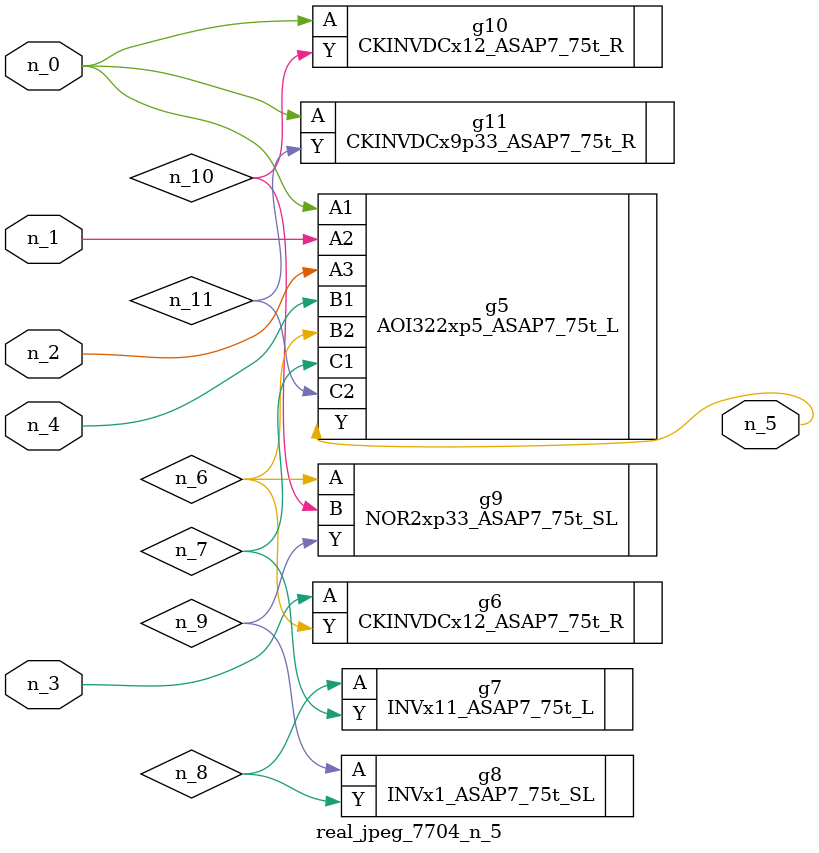
<source format=v>
module real_jpeg_7704_n_5 (n_4, n_0, n_1, n_2, n_3, n_5);

input n_4;
input n_0;
input n_1;
input n_2;
input n_3;

output n_5;

wire n_8;
wire n_11;
wire n_6;
wire n_7;
wire n_10;
wire n_9;

AOI322xp5_ASAP7_75t_L g5 ( 
.A1(n_0),
.A2(n_1),
.A3(n_2),
.B1(n_4),
.B2(n_6),
.C1(n_7),
.C2(n_11),
.Y(n_5)
);

CKINVDCx12_ASAP7_75t_R g10 ( 
.A(n_0),
.Y(n_10)
);

CKINVDCx9p33_ASAP7_75t_R g11 ( 
.A(n_0),
.Y(n_11)
);

CKINVDCx12_ASAP7_75t_R g6 ( 
.A(n_3),
.Y(n_6)
);

NOR2xp33_ASAP7_75t_SL g9 ( 
.A(n_6),
.B(n_10),
.Y(n_9)
);

INVx11_ASAP7_75t_L g7 ( 
.A(n_8),
.Y(n_7)
);

INVx1_ASAP7_75t_SL g8 ( 
.A(n_9),
.Y(n_8)
);


endmodule
</source>
